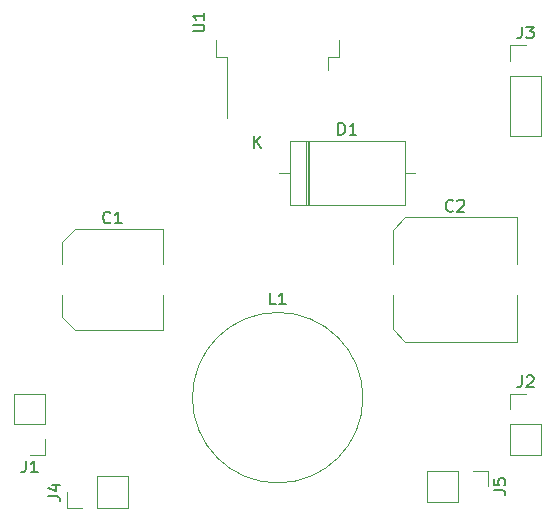
<source format=gbr>
G04 #@! TF.GenerationSoftware,KiCad,Pcbnew,(5.1.2-1)-1*
G04 #@! TF.CreationDate,2020-02-13T23:28:20-08:00*
G04 #@! TF.ProjectId,LM2576,4c4d3235-3736-42e6-9b69-6361645f7063,rev?*
G04 #@! TF.SameCoordinates,Original*
G04 #@! TF.FileFunction,Legend,Top*
G04 #@! TF.FilePolarity,Positive*
%FSLAX46Y46*%
G04 Gerber Fmt 4.6, Leading zero omitted, Abs format (unit mm)*
G04 Created by KiCad (PCBNEW (5.1.2-1)-1) date 2020-02-13 23:28:20*
%MOMM*%
%LPD*%
G04 APERTURE LIST*
%ADD10C,0.120000*%
%ADD11C,0.150000*%
G04 APERTURE END LIST*
D10*
X54830000Y-66170000D02*
X54830000Y-67500000D01*
X53500000Y-66170000D02*
X54830000Y-66170000D01*
X52230000Y-66170000D02*
X52230000Y-68830000D01*
X52230000Y-68830000D02*
X49630000Y-68830000D01*
X52230000Y-66170000D02*
X49630000Y-66170000D01*
X49630000Y-66170000D02*
X49630000Y-68830000D01*
X19130000Y-69330000D02*
X19130000Y-68000000D01*
X20460000Y-69330000D02*
X19130000Y-69330000D01*
X21730000Y-69330000D02*
X21730000Y-66670000D01*
X21730000Y-66670000D02*
X24330000Y-66670000D01*
X21730000Y-69330000D02*
X24330000Y-69330000D01*
X24330000Y-69330000D02*
X24330000Y-66670000D01*
X41250000Y-31175000D02*
X41250000Y-32275000D01*
X42200000Y-31175000D02*
X41250000Y-31175000D01*
X42200000Y-29675000D02*
X42200000Y-31175000D01*
X32750000Y-31175000D02*
X32750000Y-36300000D01*
X31800000Y-31175000D02*
X32750000Y-31175000D01*
X31800000Y-29675000D02*
X31800000Y-31175000D01*
X44220000Y-60000000D02*
G75*
G03X44220000Y-60000000I-7220000J0D01*
G01*
X56670000Y-30130000D02*
X58000000Y-30130000D01*
X56670000Y-31460000D02*
X56670000Y-30130000D01*
X56670000Y-32730000D02*
X59330000Y-32730000D01*
X59330000Y-32730000D02*
X59330000Y-37870000D01*
X56670000Y-32730000D02*
X56670000Y-37870000D01*
X56670000Y-37870000D02*
X59330000Y-37870000D01*
X56670000Y-59670000D02*
X58000000Y-59670000D01*
X56670000Y-61000000D02*
X56670000Y-59670000D01*
X56670000Y-62270000D02*
X59330000Y-62270000D01*
X59330000Y-62270000D02*
X59330000Y-64870000D01*
X56670000Y-62270000D02*
X56670000Y-64870000D01*
X56670000Y-64870000D02*
X59330000Y-64870000D01*
X17330000Y-64870000D02*
X16000000Y-64870000D01*
X17330000Y-63540000D02*
X17330000Y-64870000D01*
X17330000Y-62270000D02*
X14670000Y-62270000D01*
X14670000Y-62270000D02*
X14670000Y-59670000D01*
X17330000Y-62270000D02*
X17330000Y-59670000D01*
X17330000Y-59670000D02*
X14670000Y-59670000D01*
X38010000Y-38280000D02*
X38010000Y-43720000D01*
X38010000Y-43720000D02*
X47750000Y-43720000D01*
X47750000Y-43720000D02*
X47750000Y-38280000D01*
X47750000Y-38280000D02*
X38010000Y-38280000D01*
X37100000Y-41000000D02*
X38010000Y-41000000D01*
X48660000Y-41000000D02*
X47750000Y-41000000D01*
X39555000Y-38280000D02*
X39555000Y-43720000D01*
X39675000Y-38280000D02*
X39675000Y-43720000D01*
X39435000Y-38280000D02*
X39435000Y-43720000D01*
X46740000Y-54195563D02*
X47804437Y-55260000D01*
X46740000Y-45804437D02*
X47804437Y-44740000D01*
X46740000Y-45804437D02*
X46740000Y-48690000D01*
X46740000Y-54195563D02*
X46740000Y-51310000D01*
X47804437Y-55260000D02*
X57260000Y-55260000D01*
X47804437Y-44740000D02*
X57260000Y-44740000D01*
X57260000Y-44740000D02*
X57260000Y-48690000D01*
X57260000Y-55260000D02*
X57260000Y-51310000D01*
X18740000Y-53195563D02*
X19804437Y-54260000D01*
X18740000Y-46804437D02*
X19804437Y-45740000D01*
X18740000Y-46804437D02*
X18740000Y-48690000D01*
X18740000Y-53195563D02*
X18740000Y-51310000D01*
X19804437Y-54260000D02*
X27260000Y-54260000D01*
X19804437Y-45740000D02*
X27260000Y-45740000D01*
X27260000Y-45740000D02*
X27260000Y-48690000D01*
X27260000Y-54260000D02*
X27260000Y-51310000D01*
D11*
X55282380Y-67833333D02*
X55996666Y-67833333D01*
X56139523Y-67880952D01*
X56234761Y-67976190D01*
X56282380Y-68119047D01*
X56282380Y-68214285D01*
X55282380Y-66880952D02*
X55282380Y-67357142D01*
X55758571Y-67404761D01*
X55710952Y-67357142D01*
X55663333Y-67261904D01*
X55663333Y-67023809D01*
X55710952Y-66928571D01*
X55758571Y-66880952D01*
X55853809Y-66833333D01*
X56091904Y-66833333D01*
X56187142Y-66880952D01*
X56234761Y-66928571D01*
X56282380Y-67023809D01*
X56282380Y-67261904D01*
X56234761Y-67357142D01*
X56187142Y-67404761D01*
X17582380Y-68333333D02*
X18296666Y-68333333D01*
X18439523Y-68380952D01*
X18534761Y-68476190D01*
X18582380Y-68619047D01*
X18582380Y-68714285D01*
X17915714Y-67428571D02*
X18582380Y-67428571D01*
X17534761Y-67666666D02*
X18249047Y-67904761D01*
X18249047Y-67285714D01*
X29802380Y-28986904D02*
X30611904Y-28986904D01*
X30707142Y-28939285D01*
X30754761Y-28891666D01*
X30802380Y-28796428D01*
X30802380Y-28605952D01*
X30754761Y-28510714D01*
X30707142Y-28463095D01*
X30611904Y-28415476D01*
X29802380Y-28415476D01*
X30802380Y-27415476D02*
X30802380Y-27986904D01*
X30802380Y-27701190D02*
X29802380Y-27701190D01*
X29945238Y-27796428D01*
X30040476Y-27891666D01*
X30088095Y-27986904D01*
X36833333Y-52102380D02*
X36357142Y-52102380D01*
X36357142Y-51102380D01*
X37690476Y-52102380D02*
X37119047Y-52102380D01*
X37404761Y-52102380D02*
X37404761Y-51102380D01*
X37309523Y-51245238D01*
X37214285Y-51340476D01*
X37119047Y-51388095D01*
X57666666Y-28582380D02*
X57666666Y-29296666D01*
X57619047Y-29439523D01*
X57523809Y-29534761D01*
X57380952Y-29582380D01*
X57285714Y-29582380D01*
X58047619Y-28582380D02*
X58666666Y-28582380D01*
X58333333Y-28963333D01*
X58476190Y-28963333D01*
X58571428Y-29010952D01*
X58619047Y-29058571D01*
X58666666Y-29153809D01*
X58666666Y-29391904D01*
X58619047Y-29487142D01*
X58571428Y-29534761D01*
X58476190Y-29582380D01*
X58190476Y-29582380D01*
X58095238Y-29534761D01*
X58047619Y-29487142D01*
X57666666Y-58122380D02*
X57666666Y-58836666D01*
X57619047Y-58979523D01*
X57523809Y-59074761D01*
X57380952Y-59122380D01*
X57285714Y-59122380D01*
X58095238Y-58217619D02*
X58142857Y-58170000D01*
X58238095Y-58122380D01*
X58476190Y-58122380D01*
X58571428Y-58170000D01*
X58619047Y-58217619D01*
X58666666Y-58312857D01*
X58666666Y-58408095D01*
X58619047Y-58550952D01*
X58047619Y-59122380D01*
X58666666Y-59122380D01*
X15666666Y-65322380D02*
X15666666Y-66036666D01*
X15619047Y-66179523D01*
X15523809Y-66274761D01*
X15380952Y-66322380D01*
X15285714Y-66322380D01*
X16666666Y-66322380D02*
X16095238Y-66322380D01*
X16380952Y-66322380D02*
X16380952Y-65322380D01*
X16285714Y-65465238D01*
X16190476Y-65560476D01*
X16095238Y-65608095D01*
X42141904Y-37732380D02*
X42141904Y-36732380D01*
X42380000Y-36732380D01*
X42522857Y-36780000D01*
X42618095Y-36875238D01*
X42665714Y-36970476D01*
X42713333Y-37160952D01*
X42713333Y-37303809D01*
X42665714Y-37494285D01*
X42618095Y-37589523D01*
X42522857Y-37684761D01*
X42380000Y-37732380D01*
X42141904Y-37732380D01*
X43665714Y-37732380D02*
X43094285Y-37732380D01*
X43380000Y-37732380D02*
X43380000Y-36732380D01*
X43284761Y-36875238D01*
X43189523Y-36970476D01*
X43094285Y-37018095D01*
X34998095Y-38852380D02*
X34998095Y-37852380D01*
X35569523Y-38852380D02*
X35140952Y-38280952D01*
X35569523Y-37852380D02*
X34998095Y-38423809D01*
X51833333Y-44157142D02*
X51785714Y-44204761D01*
X51642857Y-44252380D01*
X51547619Y-44252380D01*
X51404761Y-44204761D01*
X51309523Y-44109523D01*
X51261904Y-44014285D01*
X51214285Y-43823809D01*
X51214285Y-43680952D01*
X51261904Y-43490476D01*
X51309523Y-43395238D01*
X51404761Y-43300000D01*
X51547619Y-43252380D01*
X51642857Y-43252380D01*
X51785714Y-43300000D01*
X51833333Y-43347619D01*
X52214285Y-43347619D02*
X52261904Y-43300000D01*
X52357142Y-43252380D01*
X52595238Y-43252380D01*
X52690476Y-43300000D01*
X52738095Y-43347619D01*
X52785714Y-43442857D01*
X52785714Y-43538095D01*
X52738095Y-43680952D01*
X52166666Y-44252380D01*
X52785714Y-44252380D01*
X22833333Y-45157142D02*
X22785714Y-45204761D01*
X22642857Y-45252380D01*
X22547619Y-45252380D01*
X22404761Y-45204761D01*
X22309523Y-45109523D01*
X22261904Y-45014285D01*
X22214285Y-44823809D01*
X22214285Y-44680952D01*
X22261904Y-44490476D01*
X22309523Y-44395238D01*
X22404761Y-44300000D01*
X22547619Y-44252380D01*
X22642857Y-44252380D01*
X22785714Y-44300000D01*
X22833333Y-44347619D01*
X23785714Y-45252380D02*
X23214285Y-45252380D01*
X23500000Y-45252380D02*
X23500000Y-44252380D01*
X23404761Y-44395238D01*
X23309523Y-44490476D01*
X23214285Y-44538095D01*
M02*

</source>
